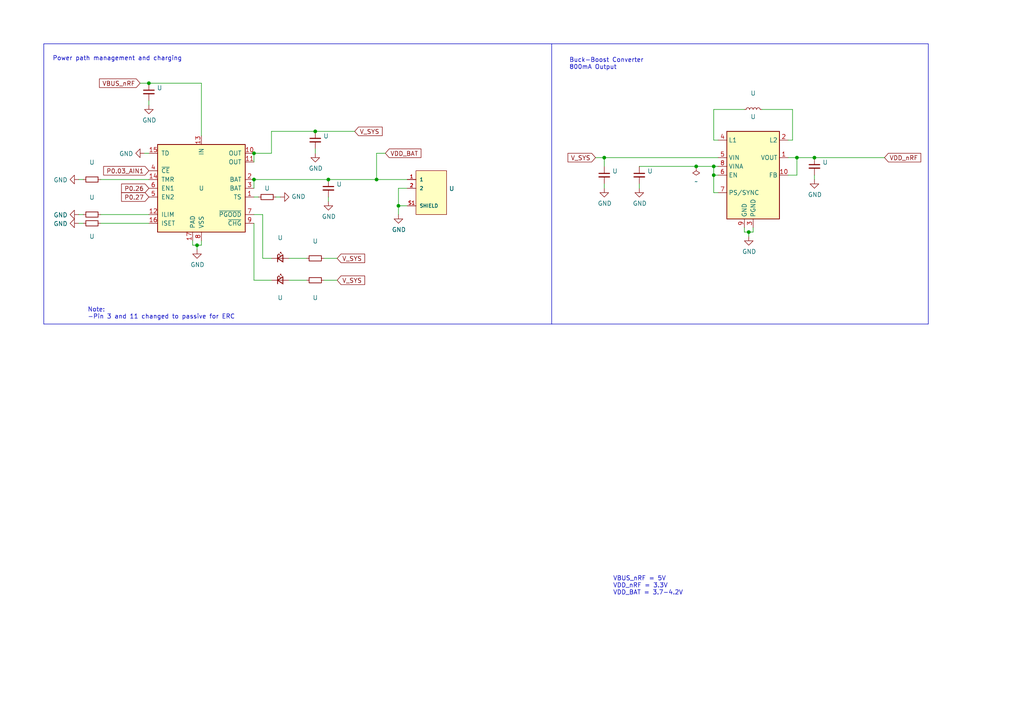
<source format=kicad_sch>
(kicad_sch (version 20220622) (generator eeschema)
  (paper "A4")
  (title_block (title "nRF52840_breakout") (date "2019-03-22") (rev "1.0.0"))
  (lib_symbols
    (symbol "BQ24072:BQ24072" (pin_names (offset 1.016))
      (property "Reference" "U" (at -5.08 15.875 0))
      (property "Value" "BQ24072" (at -5.08 13.97 0))
      (symbol "BQ24072_0_1"
        (rectangle (start -12.7 12.7) (end 12.7 -12.7) (stroke (width 0.254)) (fill (type background)))
      )
      (symbol "BQ24072_1_1"
        (pin passive line (at 15.24 -2.54 180) (length 2.54) (name "TS") (number "1"))
        (pin power_out line (at 15.24 10.16 180) (length 2.54) (name "OUT") (number "10"))
        (pin passive line (at 15.24 7.62 180) (length 2.54) (name "OUT") (number "11"))
        (pin passive line (at -15.24 -7.62 0) (length 2.54) (name "ILIM") (number "12"))
        (pin power_in line (at 0 15.24 270) (length 2.54) (name "IN") (number "13"))
        (pin input line (at -15.24 2.54 0) (length 2.54) (name "TMR") (number "14"))
        (pin input line (at -15.24 10.16 0) (length 2.54) (name "TD") (number "15"))
        (pin passive line (at -15.24 -10.16 0) (length 2.54) (name "ISET") (number "16"))
        (pin power_in line (at -2.54 -15.24 90) (length 2.54) (name "PAD") (number "17"))
        (pin power_out line (at 15.24 2.54 180) (length 2.54) (name "BAT") (number "2"))
        (pin passive line (at 15.24 0 180) (length 2.54) (name "BAT") (number "3"))
        (pin input line (at -15.24 5.08 0) (length 2.54) (name "~{CE}") (number "4"))
        (pin input line (at -15.24 -2.54 0) (length 2.54) (name "EN2") (number "5"))
        (pin input line (at -15.24 0 0) (length 2.54) (name "EN1") (number "6"))
        (pin open_collector line (at 15.24 -7.62 180) (length 2.54) (name "~{PGOOD}") (number "7"))
        (pin power_in line (at 0 -15.24 90) (length 2.54) (name "VSS") (number "8"))
        (pin open_collector line (at 15.24 -10.16 180) (length 2.54) (name "~{CHG}") (number "9"))
      )
    )
    (symbol "Device:C_Small" (pin_numbers hide) (pin_names (offset 0.254) hide)
      (property "Reference" "C" (at 0.254 1.778 0))
      (property "Value" "C_Small" (at 0.254 -2.032 0))
      (symbol "C_Small_0_1"
        (polyline (pts (xy -1.524 -0.508) (xy 1.524 -0.508)) (stroke (width 0.3302)))
        (polyline (pts (xy -1.524 0.508) (xy 1.524 0.508)) (stroke (width 0.3048)))
      )
      (symbol "C_Small_1_1"
        (pin passive line (at 0 2.54 270) (length 2.032) (name "~") (number "1"))
        (pin passive line (at 0 -2.54 90) (length 2.032) (name "~") (number "2"))
      )
    )
    (symbol "Device:LED_Small" (pin_numbers hide) (pin_names (offset 0.254) hide)
      (property "Reference" "D" (at -1.27 3.175 0))
      (property "Value" "LED_Small" (at -4.445 -2.54 0))
      (symbol "LED_Small_0_1"
        (polyline (pts (xy -0.762 -1.016) (xy -0.762 1.016)) (stroke (width 0.254)))
        (polyline (pts (xy 1.016 0) (xy -0.762 0)))
        (polyline (pts (xy 0.762 -1.016) (xy -0.762 0) (xy 0.762 1.016) (xy 0.762 -1.016)) (stroke (width 0.254)))
        (polyline (pts (xy 0 0.762) (xy -0.508 1.27) (xy -0.254 1.27) (xy -0.508 1.27) (xy -0.508 1.016)))
        (polyline (pts (xy 0.508 1.27) (xy 0 1.778) (xy 0.254 1.778) (xy 0 1.778) (xy 0 1.524)))
      )
      (symbol "LED_Small_1_1"
        (pin passive line (at -2.54 0 0) (length 1.778) (name "K") (number "1"))
        (pin passive line (at 2.54 0 180) (length 1.778) (name "A") (number "2"))
      )
    )
    (symbol "Device:L_Small" (pin_numbers hide) (pin_names (offset 0.254) hide)
      (property "Reference" "L" (at 0.762 1.016 0))
      (property "Value" "L_Small" (at 0.762 -1.016 0))
      (symbol "L_Small_0_1"
        (arc (start 0 -2.032) (mid 0.508 -1.524) (end 0 -1.016))
        (arc (start 0 -1.016) (mid 0.508 -0.508) (end 0 0))
        (arc (start 0 0) (mid 0.508 0.508) (end 0 1.016))
        (arc (start 0 1.016) (mid 0.508 1.524) (end 0 2.032))
      )
      (symbol "L_Small_1_1"
        (pin passive line (at 0 2.54 270) (length 0.508) (name "~") (number "1"))
        (pin passive line (at 0 -2.54 90) (length 0.508) (name "~") (number "2"))
      )
    )
    (symbol "Device:R_Small" (pin_numbers hide) (pin_names (offset 0.254) hide)
      (property "Reference" "R" (at 0.762 0.508 0))
      (property "Value" "R_Small" (at 0.762 -1.016 0))
      (symbol "R_Small_0_1"
        (rectangle (start -0.762 1.778) (end 0.762 -1.778) (stroke (width 0.2032)))
      )
      (symbol "R_Small_1_1"
        (pin passive line (at 0 2.54 270) (length 0.762) (name "~") (number "1"))
        (pin passive line (at 0 -2.54 90) (length 0.762) (name "~") (number "2"))
      )
    )
    (symbol "JST_PH_S2B-PH-SM4-TB_LF__SN_:S2B-PH-SM4-TB(LF)(SN)" (pin_names (offset 1.016))
      (property "Reference" "J" (at -5.08 5.588 0))
      (property "Value" "S2B-PH-SM4-TB(LF)(SN)" (at -5.08 -9.4234 0))
      (symbol "S2B-PH-SM4-TB(LF)(SN)_0_0"
        (rectangle (start -5.08 5.08) (end 3.81 -7.62) (stroke (width 0.1524)) (fill (type background)))
        (pin passive line (at -7.62 2.54 0) (length 2.54) (name "1") (number "1"))
        (pin passive line (at -7.62 0 0) (length 2.54) (name "2") (number "2"))
        (pin passive line (at -7.62 -5.08 0) (length 2.54) (name "SHIELD") (number "S1"))
      )
    )
    (symbol "power:GND" (power) (pin_names (offset 0))
      (property "Value" "GND" (at 0 -3.81 0))
      (symbol "GND_0_1"
        (polyline (pts (xy 0 0) (xy 0 -1.27) (xy 1.27 -1.27) (xy 0 -2.54) (xy -1.27 -1.27) (xy 0 -1.27)))
      )
      (symbol "GND_1_1"
        (pin power_in line (at 0 0 270) (length 0) hide (name "GND") (number "1"))
      )
    )
    (symbol "power:PWR_FLAG" (power) (pin_numbers hide) (pin_names (offset 0) hide)
      (property "Value" "PWR_FLAG" (at 0 3.81 0))
      (symbol "PWR_FLAG_0_0"
        (pin power_out line (at 0 0 90) (length 0) (name "pwr") (number "1"))
      )
      (symbol "PWR_FLAG_0_1"
        (polyline (pts (xy 0 0) (xy 0 1.27) (xy -1.016 1.905) (xy 0 2.54) (xy 1.016 1.905) (xy 0 1.27)))
      )
    )
    (symbol "tps63031:TPS63031"
      (property "Reference" "U" (at -7.62 13.97 0))
      (property "Value" "TPS63031" (at 5.08 13.97 0))
      (symbol "TPS63031_0_1"
        (rectangle (start -7.62 12.7) (end 7.62 -12.7) (stroke (width 0.254)) (fill (type background)))
      )
      (symbol "TPS63031_1_1"
        (pin power_out line (at 10.16 5.08 180) (length 2.54) (name "VOUT") (number "1"))
        (pin input line (at 10.16 0 180) (length 2.54) (name "FB") (number "10"))
        (pin passive line (at 0 -15.24 90) (length 2.54) hide (name "PGND") (number "11"))
        (pin input line (at 10.16 10.16 180) (length 2.54) (name "L2") (number "2"))
        (pin power_in line (at 0 -15.24 90) (length 2.54) (name "PGND") (number "3"))
        (pin input line (at -10.16 10.16 0) (length 2.54) (name "L1") (number "4"))
        (pin power_in line (at -10.16 5.08 0) (length 2.54) (name "VIN") (number "5"))
        (pin input line (at -10.16 0 0) (length 2.54) (name "EN") (number "6"))
        (pin input line (at -10.16 -5.08 0) (length 2.54) (name "PS/SYNC") (number "7"))
        (pin power_in line (at -10.16 2.54 0) (length 2.54) (name "VINA") (number "8"))
        (pin power_in line (at -2.54 -15.24 90) (length 2.54) (name "GND") (number "9"))
      )
    )
  )
  (junction (at 207.01 48.26))
  (junction (at 95.25 52.07))
  (junction (at 73.66 44.45))
  (junction (at 201.93 48.26))
  (junction (at 207.01 50.8))
  (junction (at 73.66 52.07))
  (junction (at 43.18 24.13))
  (junction (at 91.44 38.1))
  (junction (at 175.26 45.72))
  (junction (at 57.15 71.12))
  (junction (at 231.14 45.72))
  (junction (at 109.22 52.07))
  (junction (at 217.17 67.31))
  (junction (at 236.22 45.72))
  (junction (at 115.57 59.69))
  (wire (pts (xy 111.76 44.45) (xy 109.22 44.45)))
  (wire (pts (xy 207.01 50.8) (xy 207.01 48.26)))
  (polyline (pts (xy 12.7 12.7) (xy 269.24 12.7)))
  (wire (pts (xy 93.98 81.28) (xy 97.79 81.28)))
  (wire (pts (xy 231.14 45.72) (xy 236.22 45.72)))
  (wire (pts (xy 91.44 38.1) (xy 102.87 38.1)))
  (wire (pts (xy 218.44 67.31) (xy 218.44 66.04)))
  (polyline (pts (xy 12.7 93.98) (xy 12.7 12.7)))
  (wire (pts (xy 57.15 71.12) (xy 57.15 72.39)))
  (wire (pts (xy 80.01 57.15) (xy 81.28 57.15)))
  (wire (pts (xy 229.87 40.64) (xy 229.87 31.75)))
  (wire (pts (xy 115.57 59.69) (xy 115.57 62.23)))
  (wire (pts (xy 95.25 52.07) (xy 109.22 52.07)))
  (wire (pts (xy 22.86 62.23) (xy 24.13 62.23)))
  (wire (pts (xy 29.21 62.23) (xy 43.18 62.23)))
  (wire (pts (xy 115.57 54.61) (xy 115.57 59.69)))
  (wire (pts (xy 43.18 24.13) (xy 58.42 24.13)))
  (wire (pts (xy 207.01 48.26) (xy 208.28 48.26)))
  (wire (pts (xy 185.42 48.26) (xy 201.93 48.26)))
  (wire (pts (xy 95.25 57.15) (xy 95.25 58.42)))
  (wire (pts (xy 172.72 45.72) (xy 175.26 45.72)))
  (wire (pts (xy 236.22 45.72) (xy 256.54 45.72)))
  (polyline (pts (xy 269.24 12.7) (xy 269.24 93.98)))
  (wire (pts (xy 78.74 38.1) (xy 91.44 38.1)))
  (wire (pts (xy 73.66 81.28) (xy 78.74 81.28)))
  (wire (pts (xy 217.17 67.31) (xy 218.44 67.31)))
  (wire (pts (xy 29.21 52.07) (xy 43.18 52.07)))
  (wire (pts (xy 207.01 55.88) (xy 207.01 50.8)))
  (wire (pts (xy 83.82 81.28) (xy 88.9 81.28)))
  (wire (pts (xy 207.01 31.75) (xy 207.01 40.64)))
  (wire (pts (xy 215.9 66.04) (xy 215.9 67.31)))
  (wire (pts (xy 76.2 74.93) (xy 78.74 74.93)))
  (wire (pts (xy 201.93 48.26) (xy 207.01 48.26)))
  (wire (pts (xy 228.6 50.8) (xy 231.14 50.8)))
  (polyline (pts (xy 12.7 93.98) (xy 269.24 93.98)))
  (wire (pts (xy 58.42 24.13) (xy 58.42 39.37)))
  (wire (pts (xy 57.15 71.12) (xy 58.42 71.12)))
  (wire (pts (xy 58.42 71.12) (xy 58.42 69.85)))
  (wire (pts (xy 91.44 43.18) (xy 91.44 44.45)))
  (wire (pts (xy 208.28 50.8) (xy 207.01 50.8)))
  (wire (pts (xy 55.88 71.12) (xy 57.15 71.12)))
  (wire (pts (xy 73.66 62.23) (xy 76.2 62.23)))
  (wire (pts (xy 55.88 69.85) (xy 55.88 71.12)))
  (wire (pts (xy 22.86 64.77) (xy 24.13 64.77)))
  (wire (pts (xy 29.21 64.77) (xy 43.18 64.77)))
  (wire (pts (xy 217.17 67.31) (xy 217.17 68.58)))
  (wire (pts (xy 109.22 44.45) (xy 109.22 52.07)))
  (wire (pts (xy 229.87 31.75) (xy 220.98 31.75)))
  (wire (pts (xy 175.26 53.34) (xy 175.26 54.61)))
  (wire (pts (xy 231.14 50.8) (xy 231.14 45.72)))
  (wire (pts (xy 73.66 44.45) (xy 78.74 44.45)))
  (wire (pts (xy 74.93 57.15) (xy 73.66 57.15)))
  (wire (pts (xy 73.66 46.99) (xy 73.66 44.45)))
  (polyline (pts (xy 160.02 12.7) (xy 160.02 93.98)))
  (wire (pts (xy 76.2 62.23) (xy 76.2 74.93)))
  (wire (pts (xy 40.64 24.13) (xy 43.18 24.13)))
  (wire (pts (xy 73.66 64.77) (xy 73.66 81.28)))
  (wire (pts (xy 215.9 31.75) (xy 207.01 31.75)))
  (wire (pts (xy 73.66 54.61) (xy 73.66 52.07)))
  (wire (pts (xy 175.26 45.72) (xy 175.26 48.26)))
  (wire (pts (xy 118.11 54.61) (xy 115.57 54.61)))
  (wire (pts (xy 215.9 67.31) (xy 217.17 67.31)))
  (wire (pts (xy 78.74 44.45) (xy 78.74 38.1)))
  (wire (pts (xy 109.22 52.07) (xy 118.11 52.07)))
  (wire (pts (xy 185.42 53.34) (xy 185.42 54.61)))
  (wire (pts (xy 83.82 74.93) (xy 88.9 74.93)))
  (wire (pts (xy 175.26 45.72) (xy 208.28 45.72)))
  (wire (pts (xy 115.57 59.69) (xy 118.11 59.69)))
  (wire (pts (xy 208.28 55.88) (xy 207.01 55.88)))
  (wire (pts (xy 207.01 40.64) (xy 208.28 40.64)))
  (wire (pts (xy 43.18 29.21) (xy 43.18 30.48)))
  (wire (pts (xy 22.86 52.07) (xy 24.13 52.07)))
  (wire (pts (xy 93.98 74.93) (xy 97.79 74.93)))
  (wire (pts (xy 228.6 45.72) (xy 231.14 45.72)))
  (wire (pts (xy 73.66 52.07) (xy 95.25 52.07)))
  (wire (pts (xy 236.22 50.8) (xy 236.22 52.07)))
  (wire (pts (xy 228.6 40.64) (xy 229.87 40.64)))
  (wire (pts (xy 41.91 44.45) (xy 43.18 44.45)))
  (text "Power path management and charging" (at 15.24 17.78 0) (effects (font (size 1.27 1.27)) (justify left bottom)))
  (text "Buck-Boost Converter\n800mA Output" (at 165.1 20.32 0) (effects (font (size 1.27 1.27)) (justify left bottom)))
  (text "Note:\n-Pin 3 and 11 changed to passive for ERC " (at 25.4 92.71 0) (effects (font (size 1.27 1.27)) (justify left bottom)))
  (text "VBUS_nRF = 5V\nVDD_nRF = 3.3V\nVDD_BAT = 3.7-4.2V" (at 177.8 172.72 0) (effects (font (size 1.27 1.27)) (justify left bottom)))
  (global_label "V_SYS" (shape input) (at 97.79 74.93 0) (property "Intersheetrefs" "${INTERSHEET_REFS}" (at 0 0 0)))
  (global_label "P0.03_AIN1" (shape input) (at 43.18 49.53 180) (property "Intersheetrefs" "${INTERSHEET_REFS}" (at 0 0 0)))
  (global_label "P0.26" (shape input) (at 43.18 54.61 180) (property "Intersheetrefs" "${INTERSHEET_REFS}" (at 0 0 0)))
  (global_label "VDD_nRF" (shape input) (at 256.54 45.72 0) (property "Intersheetrefs" "${INTERSHEET_REFS}" (at 0 0 0)))
  (global_label "V_SYS" (shape input) (at 102.87 38.1 0) (property "Intersheetrefs" "${INTERSHEET_REFS}" (at 0 0 0)))
  (global_label "VBUS_nRF" (shape input) (at 40.64 24.13 180) (property "Intersheetrefs" "${INTERSHEET_REFS}" (at 0 0 0)))
  (global_label "VDD_BAT" (shape input) (at 111.76 44.45 0) (property "Intersheetrefs" "${INTERSHEET_REFS}" (at 0 0 0)))
  (global_label "P0.27" (shape input) (at 43.18 57.15 180) (property "Intersheetrefs" "${INTERSHEET_REFS}" (at 0 0 0)))
  (global_label "V_SYS" (shape input) (at 97.79 81.28 0) (property "Intersheetrefs" "${INTERSHEET_REFS}" (at 0 0 0)))
  (global_label "V_SYS" (shape input) (at 172.72 45.72 180) (property "Intersheetrefs" "${INTERSHEET_REFS}" (at 0 0 0)))
  (symbol (lib_id "BQ24072:BQ24072") (at 58.42 54.61 0) (unit 1)
    (default_instance (reference "U") (unit 1) (value "") (footprint ""))
    (property "Reference" "U" (at 58.42 54.61 0))
  )
  (symbol (lib_id "Device:C_Small") (at 43.18 26.67 0) (unit 1)
    (default_instance (reference "U") (unit 1) (value "") (footprint ""))
    (property "Reference" "U" (at 45.5168 25.5016 0) (effects (justify left)))
  )
  (symbol (lib_id "power:GND") (at 43.18 30.48 0) (unit 1)
    (default_instance (reference "U") (unit 1) (value "") (footprint ""))
    (property "Reference" "U" (effects hide))
  )
  (symbol (lib_id "power:GND") (at 41.91 44.45 270) (unit 1)
    (default_instance (reference "U") (unit 1) (value "") (footprint ""))
    (property "Reference" "U" (effects hide))
  )
  (symbol (lib_id "Device:R_Small") (at 26.67 52.07 270) (unit 1)
    (default_instance (reference "U") (unit 1) (value "") (footprint ""))
    (property "Reference" "U" (at 26.67 47.0916 90))
  )
  (symbol (lib_id "Device:R_Small") (at 26.67 62.23 270) (unit 1)
    (default_instance (reference "U") (unit 1) (value "") (footprint ""))
    (property "Reference" "U" (at 26.67 57.2516 90))
  )
  (symbol (lib_id "Device:R_Small") (at 26.67 64.77 270) (unit 1)
    (default_instance (reference "U") (unit 1) (value "") (footprint ""))
    (property "Reference" "U" (at 26.67 68.58 90))
  )
  (symbol (lib_id "power:GND") (at 22.86 52.07 270) (unit 1)
    (default_instance (reference "U") (unit 1) (value "") (footprint ""))
    (property "Reference" "U" (effects hide))
  )
  (symbol (lib_id "power:GND") (at 22.86 62.23 270) (unit 1)
    (default_instance (reference "U") (unit 1) (value "") (footprint ""))
    (property "Reference" "U" (effects hide))
  )
  (symbol (lib_id "power:GND") (at 22.86 64.77 270) (unit 1)
    (default_instance (reference "U") (unit 1) (value "") (footprint ""))
    (property "Reference" "U" (effects hide))
  )
  (symbol (lib_id "power:GND") (at 57.15 72.39 0) (unit 1)
    (default_instance (reference "U") (unit 1) (value "") (footprint ""))
    (property "Reference" "U" (effects hide))
  )
  (symbol (lib_id "Device:C_Small") (at 91.44 40.64 0) (unit 1)
    (default_instance (reference "U") (unit 1) (value "") (footprint ""))
    (property "Reference" "U" (at 93.7768 39.4716 0) (effects (justify left)))
  )
  (symbol (lib_id "power:GND") (at 91.44 44.45 0) (unit 1)
    (default_instance (reference "U") (unit 1) (value "") (footprint ""))
    (property "Reference" "U" (effects hide))
  )
  (symbol (lib_id "Device:C_Small") (at 95.25 54.61 0) (unit 1)
    (default_instance (reference "U") (unit 1) (value "") (footprint ""))
    (property "Reference" "U" (at 97.5868 53.4416 0) (effects (justify left)))
  )
  (symbol (lib_id "power:GND") (at 95.25 58.42 0) (unit 1)
    (default_instance (reference "U") (unit 1) (value "") (footprint ""))
    (property "Reference" "U" (effects hide))
  )
  (symbol (lib_id "Device:R_Small") (at 77.47 57.15 270) (unit 1)
    (default_instance (reference "U") (unit 1) (value "") (footprint ""))
    (property "Reference" "U" (at 77.47 54.61 90))
  )
  (symbol (lib_id "JST_PH_S2B-PH-SM4-TB_LF__SN_:S2B-PH-SM4-TB(LF)(SN)") (at 125.73 54.61 0) (unit 1)
    (default_instance (reference "U") (unit 1) (value "") (footprint ""))
    (property "Reference" "U" (at 130.2258 54.7116 0) (effects (justify left)))
    (property "Datasheet" "S2B-PH-SM4-TB_LF__SN_" (effects hide))
    (property "Field4" "https://www.digikey.de/product-detail/en/jst-sales-america-inc/S2B-PH-SM4-TB_LF__SN_/455-1749-1-ND/926846?utm_source=snapeda&utm_medium=aggregator&utm_campaign=symbol" (effects hide))
    (property "Field5" "455-1749-1-ND" (effects hide))
    (property "Field6" "None" (effects hide))
    (property "Field7" "JST Sales" (effects hide))
    (property "Field8" "PH Series 2 Position 2 mm Pitch Surface Mount Side Entry Shrouded Header" (effects hide))
  )
  (symbol (lib_id "power:GND") (at 115.57 62.23 0) (unit 1)
    (default_instance (reference "U") (unit 1) (value "") (footprint ""))
    (property "Reference" "U" (effects hide))
  )
  (symbol (lib_id "power:GND") (at 81.28 57.15 90) (unit 1)
    (default_instance (reference "U") (unit 1) (value "") (footprint ""))
    (property "Reference" "U" (effects hide))
  )
  (symbol (lib_id "Device:LED_Small") (at 81.28 74.93 0) (unit 1)
    (default_instance (reference "U") (unit 1) (value "") (footprint ""))
    (property "Reference" "U" (at 81.28 68.961 0))
  )
  (symbol (lib_id "Device:LED_Small") (at 81.28 81.28 0) (unit 1)
    (default_instance (reference "U") (unit 1) (value "") (footprint ""))
    (property "Reference" "U" (at 81.28 86.36 0))
  )
  (symbol (lib_id "Device:R_Small") (at 91.44 74.93 90) (unit 1)
    (default_instance (reference "U") (unit 1) (value "") (footprint ""))
    (property "Reference" "U" (at 91.44 69.9516 90))
  )
  (symbol (lib_id "Device:R_Small") (at 91.44 81.28 90) (unit 1)
    (default_instance (reference "U") (unit 1) (value "") (footprint ""))
    (property "Reference" "U" (at 91.44 86.36 90))
  )
  (symbol (lib_id "tps63031:TPS63031") (at 218.44 50.8 0) (unit 1)
    (default_instance (reference "U") (unit 1) (value "") (footprint ""))
    (property "Reference" "U" (at 218.44 33.8582 0))
  )
  (symbol (lib_id "Device:C_Small") (at 175.26 50.8 0) (unit 1)
    (default_instance (reference "U") (unit 1) (value "") (footprint ""))
    (property "Reference" "U" (at 177.5968 49.6316 0) (effects (justify left)))
    (property "Part" "GRM188R60J106KME84D,Murata" (effects hide))
  )
  (symbol (lib_id "power:GND") (at 175.26 54.61 0) (unit 1)
    (default_instance (reference "U") (unit 1) (value "") (footprint ""))
    (property "Reference" "U" (effects hide))
  )
  (symbol (lib_id "Device:C_Small") (at 185.42 50.8 0) (unit 1)
    (default_instance (reference "U") (unit 1) (value "") (footprint ""))
    (property "Reference" "U" (at 187.7568 49.6316 0) (effects (justify left)))
    (property "Part" "0.1μF, X7Rceramic" (effects hide))
  )
  (symbol (lib_id "power:GND") (at 185.42 54.61 0) (unit 1)
    (default_instance (reference "U") (unit 1) (value "") (footprint ""))
    (property "Reference" "U" (effects hide))
  )
  (symbol (lib_id "power:GND") (at 217.17 68.58 0) (unit 1)
    (default_instance (reference "U") (unit 1) (value "") (footprint ""))
    (property "Reference" "U" (effects hide))
  )
  (symbol (lib_id "Device:L_Small") (at 218.44 31.75 90) (unit 1)
    (default_instance (reference "U") (unit 1) (value "") (footprint ""))
    (property "Reference" "U" (at 218.44 27.051 90))
    (property "Part" "LPS3015-1R5,Coilcraft" (effects hide))
  )
  (symbol (lib_id "Device:C_Small") (at 236.22 48.26 0) (unit 1)
    (default_instance (reference "U") (unit 1) (value "") (footprint ""))
    (property "Reference" "U" (at 238.5568 47.0916 0) (effects (justify left)))
    (property "Part" "GRM188R60J106KME84D,Murata" (effects hide))
  )
  (symbol (lib_id "power:GND") (at 236.22 52.07 0) (unit 1)
    (default_instance (reference "U") (unit 1) (value "") (footprint ""))
    (property "Reference" "U" (effects hide))
  )
  (symbol (lib_id "power:PWR_FLAG") (at 201.93 48.26 180) (unit 1)
    (default_instance (reference "U") (unit 1) (value "") (footprint ""))
    (property "Reference" "U" (effects hide))
  )
)
</source>
